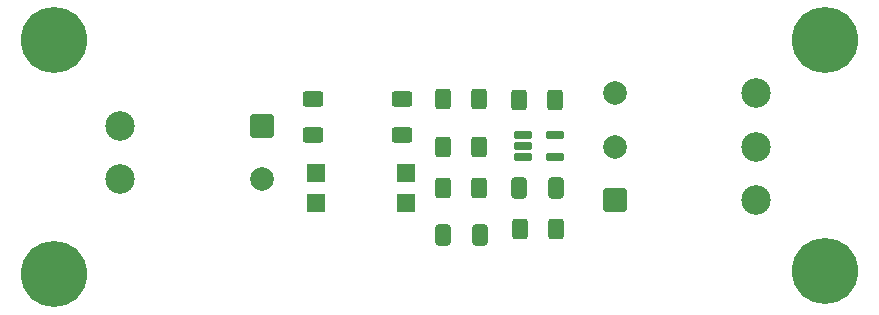
<source format=gbr>
%TF.GenerationSoftware,KiCad,Pcbnew,8.0.7*%
%TF.CreationDate,2025-02-03T10:28:06+01:00*%
%TF.ProjectId,pwmTo_0-5V,70776d54-6f5f-4302-9d35-562e6b696361,rev?*%
%TF.SameCoordinates,Original*%
%TF.FileFunction,Soldermask,Top*%
%TF.FilePolarity,Negative*%
%FSLAX46Y46*%
G04 Gerber Fmt 4.6, Leading zero omitted, Abs format (unit mm)*
G04 Created by KiCad (PCBNEW 8.0.7) date 2025-02-03 10:28:06*
%MOMM*%
%LPD*%
G01*
G04 APERTURE LIST*
G04 Aperture macros list*
%AMRoundRect*
0 Rectangle with rounded corners*
0 $1 Rounding radius*
0 $2 $3 $4 $5 $6 $7 $8 $9 X,Y pos of 4 corners*
0 Add a 4 corners polygon primitive as box body*
4,1,4,$2,$3,$4,$5,$6,$7,$8,$9,$2,$3,0*
0 Add four circle primitives for the rounded corners*
1,1,$1+$1,$2,$3*
1,1,$1+$1,$4,$5*
1,1,$1+$1,$6,$7*
1,1,$1+$1,$8,$9*
0 Add four rect primitives between the rounded corners*
20,1,$1+$1,$2,$3,$4,$5,0*
20,1,$1+$1,$4,$5,$6,$7,0*
20,1,$1+$1,$6,$7,$8,$9,0*
20,1,$1+$1,$8,$9,$2,$3,0*%
G04 Aperture macros list end*
%ADD10RoundRect,0.250000X-0.400000X-0.625000X0.400000X-0.625000X0.400000X0.625000X-0.400000X0.625000X0*%
%ADD11C,3.600000*%
%ADD12C,5.600000*%
%ADD13C,2.500000*%
%ADD14RoundRect,0.250000X0.750000X-0.750000X0.750000X0.750000X-0.750000X0.750000X-0.750000X-0.750000X0*%
%ADD15C,2.000000*%
%ADD16RoundRect,0.250000X-0.625000X0.400000X-0.625000X-0.400000X0.625000X-0.400000X0.625000X0.400000X0*%
%ADD17RoundRect,0.250000X-0.412500X-0.650000X0.412500X-0.650000X0.412500X0.650000X-0.412500X0.650000X0*%
%ADD18RoundRect,0.162500X-0.617500X-0.162500X0.617500X-0.162500X0.617500X0.162500X-0.617500X0.162500X0*%
%ADD19R,1.600000X1.600000*%
%ADD20RoundRect,0.250000X-0.750000X0.750000X-0.750000X-0.750000X0.750000X-0.750000X0.750000X0.750000X0*%
G04 APERTURE END LIST*
D10*
%TO.C,R7*%
X101525000Y-67800000D03*
X104625000Y-67800000D03*
%TD*%
D11*
%TO.C,H4*%
X68605000Y-58812000D03*
D12*
X68605000Y-58812000D03*
%TD*%
D10*
%TO.C,R3*%
X101525000Y-63800000D03*
X104625000Y-63800000D03*
%TD*%
D11*
%TO.C,H3*%
X68605000Y-78624000D03*
D12*
X68605000Y-78624000D03*
%TD*%
D10*
%TO.C,R5*%
X108025000Y-74800000D03*
X111125000Y-74800000D03*
%TD*%
%TO.C,R2*%
X107949000Y-63892000D03*
X111049000Y-63892000D03*
%TD*%
D13*
%TO.C,J1*%
X128075000Y-72300000D03*
X128075000Y-67800000D03*
X128075000Y-63300000D03*
D14*
X116075000Y-72300000D03*
D15*
X116075000Y-67800000D03*
X116075000Y-63300000D03*
%TD*%
D11*
%TO.C,H1*%
X133883000Y-58812000D03*
D12*
X133883000Y-58812000D03*
%TD*%
D11*
%TO.C,H2*%
X133883000Y-78370000D03*
D12*
X133883000Y-78370000D03*
%TD*%
D16*
%TO.C,R1*%
X90575000Y-63750000D03*
X90575000Y-66850000D03*
%TD*%
D17*
%TO.C,C2*%
X108012500Y-71300000D03*
X111137500Y-71300000D03*
%TD*%
D18*
%TO.C,U2*%
X108323000Y-66818000D03*
X108323000Y-67768000D03*
X108323000Y-68718000D03*
X111023000Y-68718000D03*
X111023000Y-66818000D03*
%TD*%
D10*
%TO.C,R6*%
X101525000Y-71300000D03*
X104625000Y-71300000D03*
%TD*%
D19*
%TO.C,U1*%
X90765000Y-70030000D03*
X90765000Y-72570000D03*
X98385000Y-72570000D03*
X98385000Y-70030000D03*
%TD*%
D17*
%TO.C,C1*%
X101512500Y-75300000D03*
X104637500Y-75300000D03*
%TD*%
D13*
%TO.C,J2*%
X74200000Y-66050000D03*
X74200000Y-70550000D03*
D20*
X86200000Y-66050000D03*
D15*
X86200000Y-70550000D03*
%TD*%
D16*
%TO.C,R4*%
X98075000Y-63750000D03*
X98075000Y-66850000D03*
%TD*%
M02*

</source>
